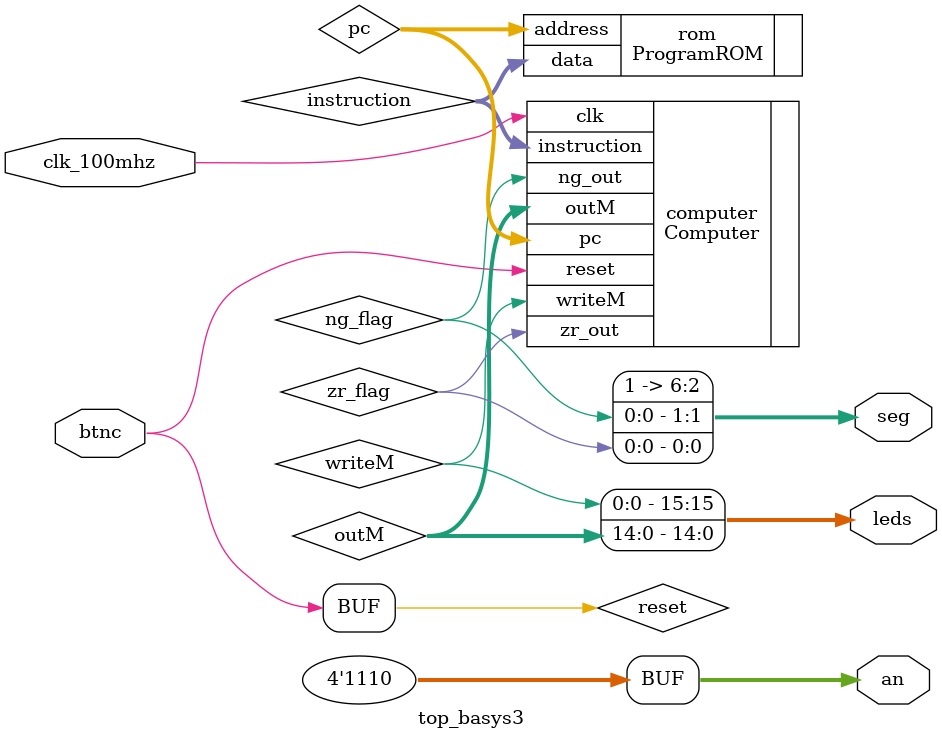
<source format=v>
`timescale 1ns / 1ps

`include "Computer.v"
`include "ProgramROM.v"

module top_basys3(
    input wire clk_100mhz,
    input wire btnc,
    output wire [15:0] leds,
    output wire [6:0] seg,
    output wire [3:0] an
);

    wire zr_flag;
    wire ng_flag;

    wire reset;
    wire [15:0] instruction;
    wire [15:0] outM;
    wire writeM;
    wire [14:0] pc;

    // The computer core
    Computer computer (
        .clk(clk_100mhz),
        .reset(reset),
        .instruction(instruction),
        .outM(outM),
        .writeM(writeM),
        .pc(pc),
        .zr_out(zr_flag),
        .ng_out(ng_flag)
    );

    // The program ROM
    ProgramROM rom (
        .address(pc),
        .data(instruction)
    );

    // Assign reset from the center button
    assign reset = btnc;

    // Map outputs to LEDs
    // leds[14:0] show the value being written to RAM
    // leds[15] shows the writeM signal
    assign leds[14:0] = outM[14:0];
    assign leds[15] = writeM;

    // 7-segment display logic
    // Display Z (zero flag) on segment a, N (negative flag) on segment b of the first digit
    assign seg[0] = zr_flag; // Segment a for Zero Flag
    assign seg[1] = ng_flag; // Segment b for Negative Flag
    assign seg[2] = 1'b1;    // Segment c off
    assign seg[3] = 1'b1;    // Segment d off
    assign seg[4] = 1'b1;    // Segment e off
    assign seg[5] = 1'b1;    // Segment f off
    assign seg[6] = 1'b1;    // Segment g off

    assign an[0] = 1'b0; // Enable first digit
    assign an[1] = 1'b1; // Disable second digit
    assign an[2] = 1'b1; // Disable third digit
    assign an[3] = 1'b1; // Disable fourth digit

endmodule

</source>
